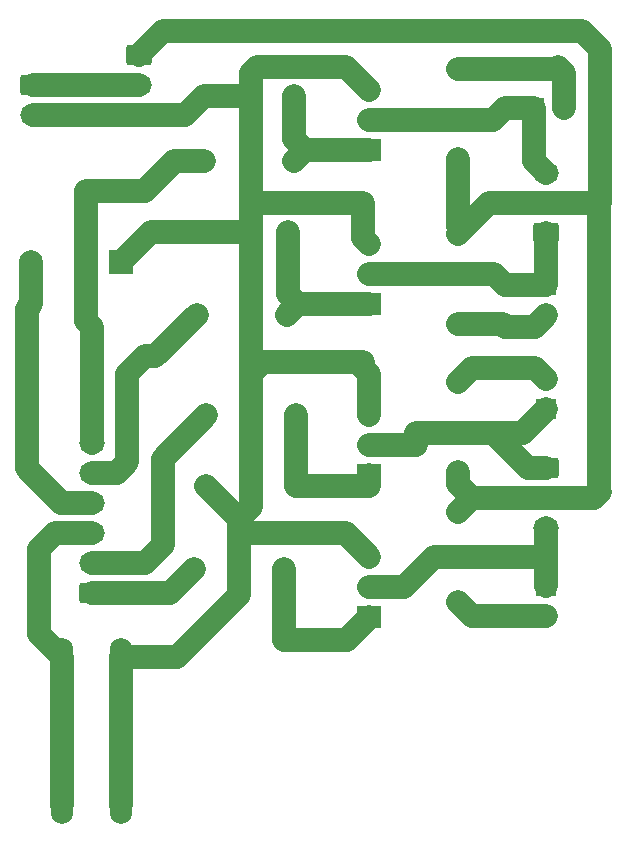
<source format=gbr>
%TF.GenerationSoftware,KiCad,Pcbnew,9.0.6*%
%TF.CreationDate,2025-12-12T16:48:18+01:00*%
%TF.ProjectId,oppakkerV3-mosfeds,6f707061-6b6b-4657-9256-332d6d6f7366,rev?*%
%TF.SameCoordinates,Original*%
%TF.FileFunction,Copper,L2,Bot*%
%TF.FilePolarity,Positive*%
%FSLAX46Y46*%
G04 Gerber Fmt 4.6, Leading zero omitted, Abs format (unit mm)*
G04 Created by KiCad (PCBNEW 9.0.6) date 2025-12-12 16:48:18*
%MOMM*%
%LPD*%
G01*
G04 APERTURE LIST*
G04 Aperture macros list*
%AMRoundRect*
0 Rectangle with rounded corners*
0 $1 Rounding radius*
0 $2 $3 $4 $5 $6 $7 $8 $9 X,Y pos of 4 corners*
0 Add a 4 corners polygon primitive as box body*
4,1,4,$2,$3,$4,$5,$6,$7,$8,$9,$2,$3,0*
0 Add four circle primitives for the rounded corners*
1,1,$1+$1,$2,$3*
1,1,$1+$1,$4,$5*
1,1,$1+$1,$6,$7*
1,1,$1+$1,$8,$9*
0 Add four rect primitives between the rounded corners*
20,1,$1+$1,$2,$3,$4,$5,0*
20,1,$1+$1,$4,$5,$6,$7,0*
20,1,$1+$1,$6,$7,$8,$9,0*
20,1,$1+$1,$8,$9,$2,$3,0*%
G04 Aperture macros list end*
%TA.AperFunction,ComponentPad*%
%ADD10C,1.400000*%
%TD*%
%TA.AperFunction,ComponentPad*%
%ADD11O,1.900000X3.200000*%
%TD*%
%TA.AperFunction,ComponentPad*%
%ADD12R,2.000000X1.905000*%
%TD*%
%TA.AperFunction,ComponentPad*%
%ADD13O,2.000000X1.905000*%
%TD*%
%TA.AperFunction,ComponentPad*%
%ADD14RoundRect,0.250000X-0.845000X0.620000X-0.845000X-0.620000X0.845000X-0.620000X0.845000X0.620000X0*%
%TD*%
%TA.AperFunction,ComponentPad*%
%ADD15O,2.190000X1.740000*%
%TD*%
%TA.AperFunction,ComponentPad*%
%ADD16RoundRect,0.250000X0.845000X-0.620000X0.845000X0.620000X-0.845000X0.620000X-0.845000X-0.620000X0*%
%TD*%
%TA.AperFunction,ComponentPad*%
%ADD17C,1.800000*%
%TD*%
%TA.AperFunction,ComponentPad*%
%ADD18R,1.800000X1.800000*%
%TD*%
%TA.AperFunction,ComponentPad*%
%ADD19R,2.000000X2.000000*%
%TD*%
%TA.AperFunction,ComponentPad*%
%ADD20C,2.000000*%
%TD*%
%TA.AperFunction,Conductor*%
%ADD21C,2.000000*%
%TD*%
G04 APERTURE END LIST*
D10*
%TO.P,R7,2*%
%TO.N,Net-(J3-Pin_2)*%
X182190000Y-60000000D03*
%TO.P,R7,1*%
%TO.N,Net-(Q3-G)*%
X189810000Y-60000000D03*
%TD*%
D11*
%TO.P,SW1,1,1*%
%TO.N,/GND*%
X175000000Y-80500000D03*
X175000000Y-93000000D03*
%TO.P,SW1,2,2*%
%TO.N,Net-(J3-Pin_3)*%
X170000000Y-80500000D03*
X170000000Y-93000000D03*
%TD*%
D10*
%TO.P,R12,1*%
%TO.N,/+48V*%
X203500000Y-68190000D03*
%TO.P,R12,2*%
%TO.N,Net-(D4-A)*%
X203500000Y-75810000D03*
%TD*%
%TO.P,R11,1*%
%TO.N,Net-(Q4-G)*%
X188810000Y-79000000D03*
%TO.P,R11,2*%
%TO.N,/GND*%
X181190000Y-79000000D03*
%TD*%
%TO.P,R10,1*%
%TO.N,Net-(Q4-G)*%
X188810000Y-73000000D03*
%TO.P,R10,2*%
%TO.N,Net-(J3-Pin_1)*%
X181190000Y-73000000D03*
%TD*%
%TO.P,R9,1*%
%TO.N,/+48V*%
X203500000Y-64810000D03*
%TO.P,R9,2*%
%TO.N,Net-(D3-A)*%
X203500000Y-57190000D03*
%TD*%
%TO.P,R8,1*%
%TO.N,Net-(Q3-G)*%
X189810000Y-66000000D03*
%TO.P,R8,2*%
%TO.N,/GND*%
X182190000Y-66000000D03*
%TD*%
%TO.P,R6,1*%
%TO.N,/+48V*%
X203500000Y-44690000D03*
%TO.P,R6,2*%
%TO.N,Net-(D2-A)*%
X203500000Y-52310000D03*
%TD*%
%TO.P,R5,1*%
%TO.N,Net-(Q2-G)*%
X189000000Y-51500000D03*
%TO.P,R5,2*%
%TO.N,Net-(J3-Pin_5)*%
X181380000Y-51500000D03*
%TD*%
%TO.P,R4,1*%
%TO.N,Net-(Q2-G)*%
X189120000Y-44500000D03*
%TO.P,R4,2*%
%TO.N,/GND*%
X181500000Y-44500000D03*
%TD*%
%TO.P,R3,1*%
%TO.N,/+48V*%
X203500000Y-38310000D03*
%TO.P,R3,2*%
%TO.N,Net-(D1-A)*%
X203500000Y-30690000D03*
%TD*%
%TO.P,R2,1*%
%TO.N,Net-(Q1-G)*%
X189620000Y-38500000D03*
%TO.P,R2,2*%
%TO.N,Net-(J3-Pin_6)*%
X182000000Y-38500000D03*
%TD*%
%TO.P,R1,1*%
%TO.N,Net-(Q1-G)*%
X189620000Y-33000000D03*
%TO.P,R1,2*%
%TO.N,/GND*%
X182000000Y-33000000D03*
%TD*%
D12*
%TO.P,Q4,1,G*%
%TO.N,Net-(Q4-G)*%
X196000000Y-77080000D03*
D13*
%TO.P,Q4,2,D*%
%TO.N,Net-(D4-K)*%
X196000000Y-74540000D03*
%TO.P,Q4,3,S*%
%TO.N,/GND*%
X196000000Y-72000000D03*
%TD*%
D12*
%TO.P,Q3,1,G*%
%TO.N,Net-(Q3-G)*%
X196000000Y-65040000D03*
D13*
%TO.P,Q3,2,D*%
%TO.N,Net-(D3-K)*%
X196000000Y-62500000D03*
%TO.P,Q3,3,S*%
%TO.N,/GND*%
X196000000Y-59960000D03*
%TD*%
D12*
%TO.P,Q2,1,G*%
%TO.N,Net-(Q2-G)*%
X196000000Y-50580000D03*
D13*
%TO.P,Q2,2,D*%
%TO.N,Net-(D2-K)*%
X196000000Y-48040000D03*
%TO.P,Q2,3,S*%
%TO.N,/GND*%
X196000000Y-45500000D03*
%TD*%
D12*
%TO.P,Q1,1,G*%
%TO.N,Net-(Q1-G)*%
X196000000Y-37540000D03*
D13*
%TO.P,Q1,2,D*%
%TO.N,Net-(D1-K)*%
X196000000Y-35000000D03*
%TO.P,Q1,3,S*%
%TO.N,/GND*%
X196000000Y-32460000D03*
%TD*%
D14*
%TO.P,J5,1,Pin_1*%
%TO.N,/+3.3V*%
X167500000Y-32000000D03*
D15*
%TO.P,J5,2,Pin_2*%
%TO.N,/GND*%
X167500000Y-34540000D03*
%TD*%
D14*
%TO.P,J4,1,Pin_1*%
%TO.N,/+48V*%
X176500000Y-29500000D03*
D15*
%TO.P,J4,2,Pin_2*%
%TO.N,/+3.3V*%
X176500000Y-32040000D03*
%TO.P,J4,3,Pin_3*%
%TO.N,/GND*%
X176500000Y-34580000D03*
%TD*%
D16*
%TO.P,J3,1,Pin_1*%
%TO.N,Net-(J3-Pin_1)*%
X172500000Y-75040000D03*
D15*
%TO.P,J3,2,Pin_2*%
%TO.N,Net-(J3-Pin_2)*%
X172500000Y-72500000D03*
%TO.P,J3,3,Pin_3*%
%TO.N,Net-(J3-Pin_3)*%
X172500000Y-69960000D03*
%TO.P,J3,4,Pin_4*%
%TO.N,Net-(BZ1--)*%
X172500000Y-67420000D03*
%TO.P,J3,5,Pin_5*%
%TO.N,Net-(J3-Pin_5)*%
X172500000Y-64880000D03*
%TO.P,J3,6,Pin_6*%
%TO.N,Net-(J3-Pin_6)*%
X172500000Y-62340000D03*
%TD*%
D14*
%TO.P,J2,1,Pin_1*%
%TO.N,Net-(D3-K)*%
X211000000Y-64460000D03*
D15*
%TO.P,J2,2,Pin_2*%
%TO.N,/+48V*%
X211000000Y-67000000D03*
%TO.P,J2,3,Pin_3*%
%TO.N,Net-(D4-K)*%
X211000000Y-69540000D03*
%TD*%
D16*
%TO.P,J1,1,Pin_1*%
%TO.N,Net-(D2-K)*%
X211000000Y-44580000D03*
D15*
%TO.P,J1,2,Pin_2*%
%TO.N,/+48V*%
X211000000Y-42040000D03*
%TO.P,J1,3,Pin_3*%
%TO.N,Net-(D1-K)*%
X211000000Y-39500000D03*
%TD*%
D17*
%TO.P,D4,2,A*%
%TO.N,Net-(D4-A)*%
X211000000Y-77040000D03*
D18*
%TO.P,D4,1,K*%
%TO.N,Net-(D4-K)*%
X211000000Y-74500000D03*
%TD*%
%TO.P,D3,1,K*%
%TO.N,Net-(D3-K)*%
X211000000Y-59500000D03*
D17*
%TO.P,D3,2,A*%
%TO.N,Net-(D3-A)*%
X211000000Y-56960000D03*
%TD*%
D18*
%TO.P,D2,1,K*%
%TO.N,Net-(D2-K)*%
X211000000Y-49000000D03*
D17*
%TO.P,D2,2,A*%
%TO.N,Net-(D2-A)*%
X211000000Y-51540000D03*
%TD*%
D18*
%TO.P,D1,1,K*%
%TO.N,Net-(D1-K)*%
X209960000Y-34000000D03*
D17*
%TO.P,D1,2,A*%
%TO.N,Net-(D1-A)*%
X212500000Y-34000000D03*
%TD*%
D19*
%TO.P,BZ1,1,+*%
%TO.N,/GND*%
X175000000Y-47000000D03*
D20*
%TO.P,BZ1,2,-*%
%TO.N,Net-(BZ1--)*%
X167400000Y-47000000D03*
%TD*%
D21*
%TO.N,/+48V*%
X215000000Y-67000000D02*
X215500000Y-66500000D01*
X211000000Y-67000000D02*
X215000000Y-67000000D01*
X215500000Y-66500000D02*
X215460000Y-66460000D01*
X215460000Y-66460000D02*
X215460000Y-42040000D01*
%TO.N,/+3.3V*%
X167500000Y-32000000D02*
X176460000Y-32000000D01*
X176460000Y-32000000D02*
X176500000Y-32040000D01*
%TO.N,/GND*%
X167500000Y-34540000D02*
X176460000Y-34540000D01*
X176460000Y-34540000D02*
X176500000Y-34580000D01*
%TO.N,Net-(BZ1--)*%
X172500000Y-67420000D02*
X169920000Y-67420000D01*
X169920000Y-67420000D02*
X167000000Y-64500000D01*
X167000000Y-64500000D02*
X167000000Y-51000000D01*
X167000000Y-51000000D02*
X167400000Y-50600000D01*
X167400000Y-50600000D02*
X167400000Y-47000000D01*
%TO.N,Net-(J3-Pin_5)*%
X172500000Y-64880000D02*
X174620000Y-64880000D01*
X174620000Y-64880000D02*
X175500000Y-64000000D01*
X175500000Y-64000000D02*
X175500000Y-56500000D01*
X175500000Y-56500000D02*
X177000000Y-55000000D01*
X177000000Y-55000000D02*
X177880000Y-55000000D01*
X177880000Y-55000000D02*
X181380000Y-51500000D01*
%TO.N,Net-(J3-Pin_6)*%
X179500000Y-38500000D02*
X177000000Y-41000000D01*
X172500000Y-52500000D02*
X172500000Y-62340000D01*
X172000000Y-52000000D02*
X172500000Y-52500000D01*
X177000000Y-41000000D02*
X172000000Y-41000000D01*
X172000000Y-41000000D02*
X172000000Y-52000000D01*
X182000000Y-38500000D02*
X179500000Y-38500000D01*
%TO.N,/GND*%
X186000000Y-42000000D02*
X186000000Y-33000000D01*
X182000000Y-33000000D02*
X186000000Y-33000000D01*
X176500000Y-34580000D02*
X180420000Y-34580000D01*
X180420000Y-34580000D02*
X182000000Y-33000000D01*
X181500000Y-44500000D02*
X177500000Y-44500000D01*
X177500000Y-44500000D02*
X175000000Y-47000000D01*
X186000000Y-56500000D02*
X186000000Y-44500000D01*
X181500000Y-44500000D02*
X186000000Y-44500000D01*
%TO.N,Net-(Q2-G)*%
X196000000Y-50580000D02*
X190000000Y-50580000D01*
X189120000Y-49700000D02*
X190000000Y-50580000D01*
X189120000Y-44500000D02*
X189120000Y-49700000D01*
%TO.N,/GND*%
X186000000Y-31000000D02*
X186500000Y-30500000D01*
X194040000Y-30500000D02*
X196000000Y-32460000D01*
X186000000Y-33000000D02*
X186000000Y-31000000D01*
X186500000Y-30500000D02*
X194040000Y-30500000D01*
%TO.N,Net-(Q1-G)*%
X189620000Y-33000000D02*
X189620000Y-36580000D01*
X189620000Y-36580000D02*
X190580000Y-37540000D01*
X196000000Y-37540000D02*
X190580000Y-37540000D01*
X190580000Y-37540000D02*
X189620000Y-38500000D01*
%TO.N,/GND*%
X186000000Y-44500000D02*
X186000000Y-42000000D01*
X186000000Y-42000000D02*
X195500000Y-42000000D01*
X195500000Y-42000000D02*
X195500000Y-45000000D01*
X195500000Y-45000000D02*
X196000000Y-45500000D01*
%TO.N,Net-(Q2-G)*%
X190000000Y-50580000D02*
X189920000Y-50580000D01*
X189920000Y-50580000D02*
X189000000Y-51500000D01*
%TO.N,/GND*%
X185000000Y-68810000D02*
X186000000Y-67810000D01*
X195500000Y-55500000D02*
X195500000Y-56000000D01*
X186000000Y-67810000D02*
X186000000Y-56500000D01*
X195500000Y-56000000D02*
X196000000Y-56500000D01*
X186000000Y-56500000D02*
X187000000Y-55500000D01*
X187000000Y-55500000D02*
X195500000Y-55500000D01*
X196000000Y-56500000D02*
X196000000Y-59960000D01*
%TO.N,Net-(J3-Pin_2)*%
X177000000Y-72500000D02*
X178500000Y-71000000D01*
X178500000Y-71000000D02*
X178500000Y-63690000D01*
X178500000Y-63690000D02*
X182190000Y-60000000D01*
X172500000Y-72500000D02*
X177000000Y-72500000D01*
%TO.N,Net-(J3-Pin_3)*%
X170000000Y-80500000D02*
X168000000Y-78500000D01*
X168000000Y-78500000D02*
X168000000Y-71365000D01*
X168000000Y-71365000D02*
X169405000Y-69960000D01*
X169405000Y-69960000D02*
X172500000Y-69960000D01*
X170000000Y-93000000D02*
X170000000Y-80500000D01*
%TO.N,/GND*%
X175000000Y-93000000D02*
X175000000Y-80500000D01*
X175000000Y-80500000D02*
X179690000Y-80500000D01*
X179690000Y-80500000D02*
X181190000Y-79000000D01*
%TO.N,Net-(J3-Pin_1)*%
X172500000Y-75040000D02*
X179150000Y-75040000D01*
X179150000Y-75040000D02*
X181190000Y-73000000D01*
%TO.N,Net-(Q3-G)*%
X189810000Y-60000000D02*
X189810000Y-66000000D01*
X196000000Y-65040000D02*
X196000000Y-66000000D01*
X196000000Y-66000000D02*
X189810000Y-66000000D01*
%TO.N,/GND*%
X185000000Y-68810000D02*
X185000000Y-70000000D01*
X194000000Y-70000000D02*
X185000000Y-70000000D01*
X196000000Y-72000000D02*
X194000000Y-70000000D01*
%TO.N,Net-(Q4-G)*%
X188810000Y-73000000D02*
X188810000Y-79000000D01*
%TO.N,/GND*%
X182190000Y-66000000D02*
X185000000Y-68810000D01*
X185000000Y-70000000D02*
X185000000Y-75190000D01*
X185000000Y-75190000D02*
X181190000Y-79000000D01*
%TO.N,Net-(Q4-G)*%
X188810000Y-79000000D02*
X194080000Y-79000000D01*
X194080000Y-79000000D02*
X196000000Y-77080000D01*
%TO.N,Net-(D4-K)*%
X211000000Y-74500000D02*
X211000000Y-72000000D01*
X198960000Y-74540000D02*
X201500000Y-72000000D01*
X196000000Y-74540000D02*
X198960000Y-74540000D01*
X201500000Y-72000000D02*
X211000000Y-72000000D01*
%TO.N,/+48V*%
X211000000Y-42040000D02*
X215460000Y-42040000D01*
X215500000Y-42000000D02*
X215500000Y-29000000D01*
X215500000Y-29000000D02*
X214000000Y-27500000D01*
X215460000Y-42040000D02*
X215500000Y-42000000D01*
X214000000Y-27500000D02*
X178500000Y-27500000D01*
X178500000Y-27500000D02*
X176500000Y-29500000D01*
%TO.N,Net-(D1-K)*%
X209960000Y-34000000D02*
X207500000Y-34000000D01*
X207500000Y-34000000D02*
X206500000Y-35000000D01*
X206500000Y-35000000D02*
X196000000Y-35000000D01*
%TO.N,Net-(D1-A)*%
X212500000Y-31000000D02*
X212000000Y-30500000D01*
X212500000Y-34000000D02*
X212500000Y-31000000D01*
X212000000Y-30500000D02*
X211810000Y-30690000D01*
X211810000Y-30690000D02*
X203500000Y-30690000D01*
%TO.N,Net-(D1-K)*%
X211000000Y-39500000D02*
X209960000Y-38460000D01*
X209960000Y-38460000D02*
X209960000Y-34000000D01*
%TO.N,/+48V*%
X206150000Y-42040000D02*
X203845000Y-44345000D01*
X203500000Y-38310000D02*
X203500000Y-44000000D01*
X203500000Y-44000000D02*
X203845000Y-44345000D01*
X211000000Y-42040000D02*
X206150000Y-42040000D01*
X203845000Y-44345000D02*
X203500000Y-44690000D01*
%TO.N,Net-(D2-K)*%
X211000000Y-44580000D02*
X211000000Y-49000000D01*
X211000000Y-49000000D02*
X207500000Y-49000000D01*
X207500000Y-49000000D02*
X206540000Y-48040000D01*
X206540000Y-48040000D02*
X196000000Y-48040000D01*
%TO.N,Net-(D2-A)*%
X211000000Y-51540000D02*
X210040000Y-52500000D01*
X210040000Y-52500000D02*
X207500000Y-52500000D01*
X207310000Y-52310000D02*
X203500000Y-52310000D01*
X207500000Y-52500000D02*
X207310000Y-52310000D01*
%TO.N,Net-(D3-A)*%
X203500000Y-57190000D02*
X204690000Y-56000000D01*
X204690000Y-56000000D02*
X210040000Y-56000000D01*
X210040000Y-56000000D02*
X211000000Y-56960000D01*
%TO.N,Net-(D3-K)*%
X211000000Y-59500000D02*
X209000000Y-61500000D01*
X209000000Y-61500000D02*
X206500000Y-61500000D01*
X200000000Y-62500000D02*
X196000000Y-62500000D01*
X206500000Y-61500000D02*
X200000000Y-61500000D01*
X211000000Y-64460000D02*
X209460000Y-64460000D01*
X200000000Y-61500000D02*
X200000000Y-62500000D01*
X209460000Y-64460000D02*
X206500000Y-61500000D01*
%TO.N,/+48V*%
X203500000Y-64810000D02*
X203500000Y-65810000D01*
X203500000Y-65810000D02*
X204690000Y-67000000D01*
X211000000Y-67000000D02*
X204690000Y-67000000D01*
X204690000Y-67000000D02*
X203500000Y-68190000D01*
%TO.N,Net-(D4-K)*%
X211000000Y-72000000D02*
X211000000Y-69540000D01*
%TO.N,Net-(D4-A)*%
X203500000Y-75810000D02*
X204730000Y-77040000D01*
X204730000Y-77040000D02*
X211000000Y-77040000D01*
%TD*%
M02*

</source>
